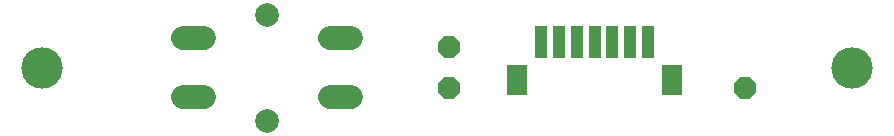
<source format=gbs>
G75*
G70*
%OFA0B0*%
%FSLAX24Y24*%
%IPPOS*%
%LPD*%
%AMOC8*
5,1,8,0,0,1.08239X$1,22.5*
%
%ADD10OC8,0.0730*%
%ADD11C,0.1380*%
%ADD12C,0.0785*%
%ADD13C,0.0790*%
%ADD14R,0.0395X0.1064*%
%ADD15R,0.0671X0.0986*%
D10*
X015160Y001992D03*
X015160Y003370D03*
X025022Y002012D03*
D11*
X028601Y002681D03*
X001601Y002681D03*
D12*
X006288Y001701D02*
X006993Y001701D01*
X011208Y001701D02*
X011913Y001701D01*
X011913Y003661D02*
X011208Y003661D01*
X006993Y003661D02*
X006288Y003661D01*
D13*
X009101Y004451D03*
X009101Y000911D03*
D14*
X018250Y003542D03*
X018841Y003542D03*
X019431Y003542D03*
X020022Y003542D03*
X020613Y003542D03*
X021203Y003542D03*
X021794Y003542D03*
D15*
X022601Y002262D03*
X017443Y002262D03*
M02*

</source>
